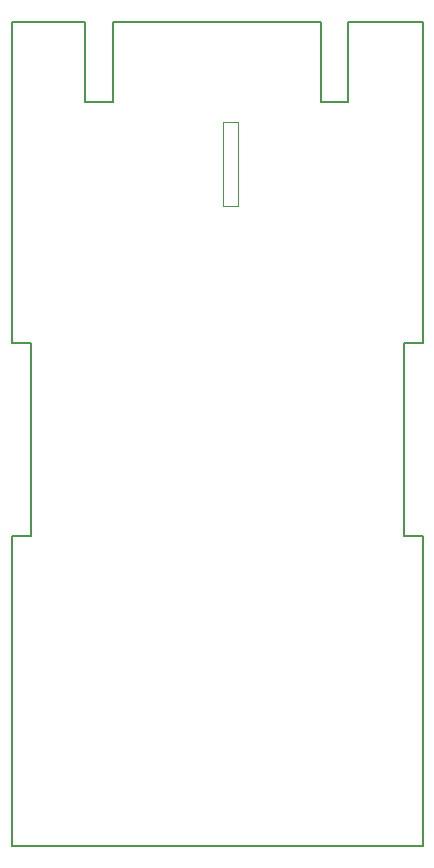
<source format=gbr>
%TF.GenerationSoftware,KiCad,Pcbnew,(5.1.10)-1*%
%TF.CreationDate,2021-10-24T00:58:49+05:30*%
%TF.ProjectId,Modbus_IO_Board,4d6f6462-7573-45f4-994f-5f426f617264,rev?*%
%TF.SameCoordinates,Original*%
%TF.FileFunction,Profile,NP*%
%FSLAX46Y46*%
G04 Gerber Fmt 4.6, Leading zero omitted, Abs format (unit mm)*
G04 Created by KiCad (PCBNEW (5.1.10)-1) date 2021-10-24 00:58:49*
%MOMM*%
%LPD*%
G01*
G04 APERTURE LIST*
%TA.AperFunction,Profile*%
%ADD10C,0.100000*%
%TD*%
%TA.AperFunction,Profile*%
%ADD11C,0.200000*%
%TD*%
G04 APERTURE END LIST*
D10*
X147066000Y-65278000D02*
X147066000Y-72390000D01*
X145796000Y-65278000D02*
X147066000Y-65278000D01*
X145796000Y-72390000D02*
X145796000Y-65278000D01*
X147066000Y-72390000D02*
X145796000Y-72390000D01*
D11*
X134124000Y-56794400D02*
X134124000Y-63586400D01*
X127863600Y-84036400D02*
X127863600Y-56786400D01*
X127863600Y-56786400D02*
X134124000Y-56794400D01*
X134124000Y-63586400D02*
X136464000Y-63586400D01*
X156387800Y-56794400D02*
X162674000Y-56794400D01*
X154076400Y-56794400D02*
X154076400Y-63576200D01*
X154076400Y-63576200D02*
X156387800Y-63576200D01*
X156387800Y-63576200D02*
X156387800Y-56794400D01*
X129474000Y-100336800D02*
X129474000Y-84036400D01*
X129474000Y-84036400D02*
X127863600Y-84036400D01*
X136464000Y-56794400D02*
X154076400Y-56794400D01*
X127889000Y-100336800D02*
X129474000Y-100336800D01*
X136464000Y-63586400D02*
X136464000Y-56794400D01*
X161074000Y-100336800D02*
X162661600Y-100336800D01*
X161074000Y-84036400D02*
X161074000Y-100336800D01*
X162674000Y-126593600D02*
X127889000Y-126593600D01*
X127889000Y-126593600D02*
X127889000Y-100336800D01*
X162661600Y-84036400D02*
X161074000Y-84036400D01*
X162674000Y-56794400D02*
X162661600Y-84036400D01*
X162661600Y-100336800D02*
X162674000Y-126593600D01*
M02*

</source>
